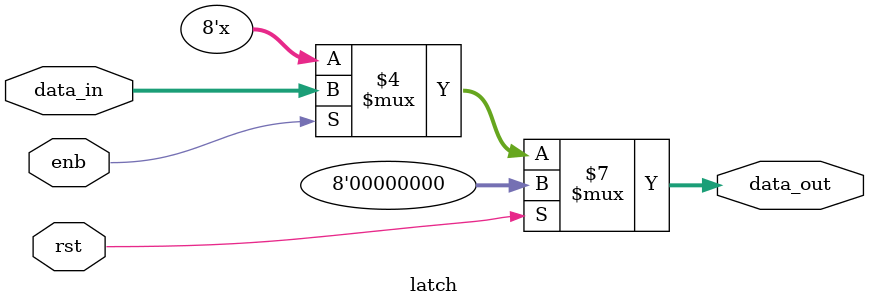
<source format=v>
module latch ( rst, enb, data_in, data_out );

parameter DATASIZE=8;

input rst, enb;
input[DATASIZE-1:0] data_in;
output[DATASIZE-1:0] data_out;
reg[DATASIZE-1:0] data_out;

always @(rst or enb)  // asynchronous reset!?
begin
	if (rst==1)
	begin
		data_out <= {DATASIZE{1'b0}};
	end
	else
	begin
		if (enb==1) data_out <= data_in;
	end
end

endmodule

</source>
